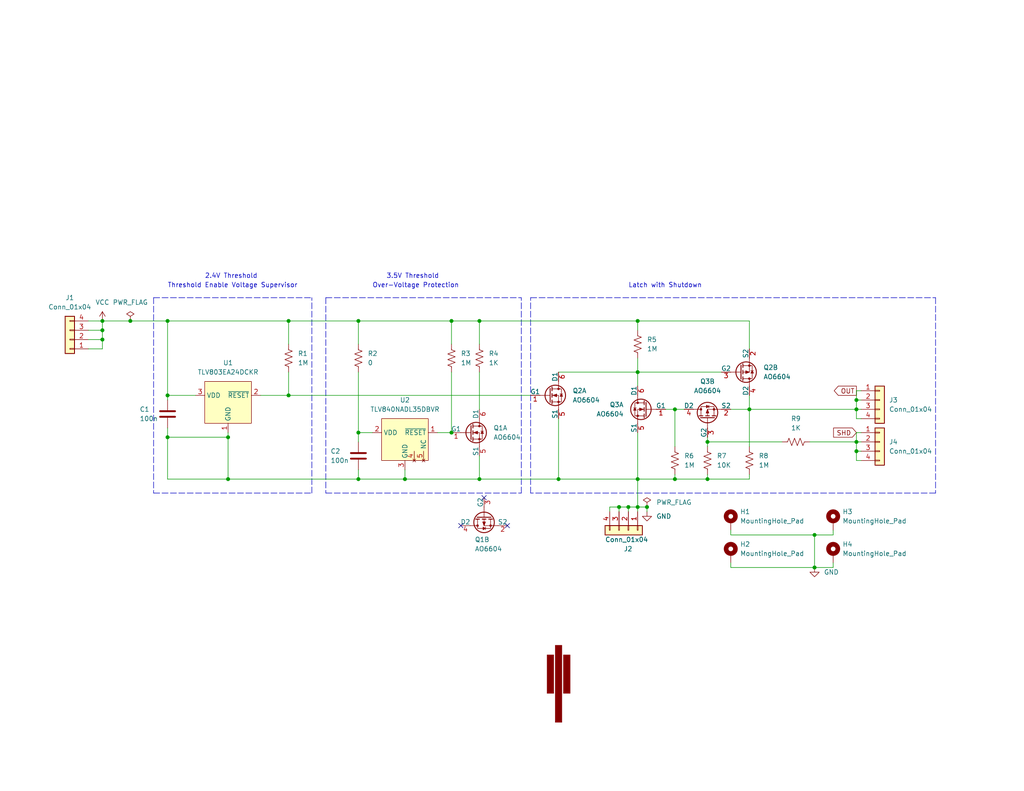
<source format=kicad_sch>
(kicad_sch (version 20211123) (generator eeschema)
  (paper "USLetter")
  (title_block (title "${TITLE}") (date "2023-02-13") (rev "${REVISION}") (company "${COMPANY}") (comment 1 "${NAME}"))
  (lib_symbols
    (symbol "Connector_Generic:Conn_01x04" (pin_names (offset 1.016) hide)
      (property "Reference" "J" (at 0 5.08 0))
      (property "Value" "Conn_01x04" (at 0 -7.62 0))
      (symbol "Conn_01x04_1_1"
        (rectangle (start -1.27 -4.953) (end 0 -5.207) (stroke (width 0.1524)))
        (rectangle (start -1.27 -2.413) (end 0 -2.667) (stroke (width 0.1524)))
        (rectangle (start -1.27 0.127) (end 0 -0.127) (stroke (width 0.1524)))
        (rectangle (start -1.27 2.667) (end 0 2.413) (stroke (width 0.1524)))
        (rectangle (start -1.27 3.81) (end 1.27 -6.35) (stroke (width 0.254)) (fill (type background)))
        (pin passive line (at -5.08 2.54 0) (length 3.81) (name "Pin_1") (number "1"))
        (pin passive line (at -5.08 0 0) (length 3.81) (name "Pin_2") (number "2"))
        (pin passive line (at -5.08 -2.54 0) (length 3.81) (name "Pin_3") (number "3"))
        (pin passive line (at -5.08 -5.08 0) (length 3.81) (name "Pin_4") (number "4"))
      )
    )
    (symbol "Device:C" (pin_numbers hide) (pin_names (offset 0.254))
      (property "Reference" "C" (at 0.635 2.54 0))
      (property "Value" "C" (at 0.635 -2.54 0))
      (symbol "C_0_1"
        (polyline (pts (xy -2.032 -0.762) (xy 2.032 -0.762)) (stroke (width 0.508)))
        (polyline (pts (xy -2.032 0.762) (xy 2.032 0.762)) (stroke (width 0.508)))
      )
      (symbol "C_1_1"
        (pin passive line (at 0 3.81 270) (length 2.794) (name "~") (number "1"))
        (pin passive line (at 0 -3.81 90) (length 2.794) (name "~") (number "2"))
      )
    )
    (symbol "Device:R_US" (pin_numbers hide) (pin_names (offset 0))
      (property "Reference" "R" (at 2.54 0 90))
      (property "Value" "R_US" (at -2.54 0 90))
      (symbol "R_US_0_1"
        (polyline (pts (xy 0 -2.286) (xy 0 -2.54)))
        (polyline (pts (xy 0 2.286) (xy 0 2.54)))
        (polyline (pts (xy 0 -0.762) (xy 1.016 -1.143) (xy 0 -1.524) (xy -1.016 -1.905) (xy 0 -2.286)))
        (polyline (pts (xy 0 0.762) (xy 1.016 0.381) (xy 0 0) (xy -1.016 -0.381) (xy 0 -0.762)))
        (polyline (pts (xy 0 2.286) (xy 1.016 1.905) (xy 0 1.524) (xy -1.016 1.143) (xy 0 0.762)))
      )
      (symbol "R_US_1_1"
        (pin passive line (at 0 3.81 270) (length 1.27) (name "~") (number "1"))
        (pin passive line (at 0 -3.81 90) (length 1.27) (name "~") (number "2"))
      )
    )
    (symbol "Mechanical:MountingHole_Pad" (pin_numbers hide) (pin_names (offset 1.016) hide)
      (property "Reference" "H" (at 0 6.35 0))
      (property "Value" "MountingHole_Pad" (at 0 4.445 0))
      (symbol "MountingHole_Pad_0_1"
        (circle (center 0 1.27) (radius 1.27) (stroke (width 1.27)))
      )
      (symbol "MountingHole_Pad_1_1"
        (pin input line (at 0 -2.54 90) (length 2.54) (name "1") (number "1"))
      )
    )
    (symbol "latch:AO6604" (pin_names (offset 0))
      (property "Reference" "Q" (at 0 -13.97 0))
      (property "Value" "AO6604" (at 0 -16.51 0))
      (symbol "AO6604_1_1"
        (circle (center -0.889 0) (radius 2.794) (stroke (width 0.254)))
        (circle (center 0 -1.778) (radius 0.254) (fill (type outline)))
        (polyline (pts (xy -2.286 0) (xy -5.08 0)))
        (polyline (pts (xy -2.286 1.905) (xy -2.286 -1.905)) (stroke (width 0.254)))
        (polyline (pts (xy -1.778 -1.27) (xy -1.778 -2.286)) (stroke (width 0.254)))
        (polyline (pts (xy -1.778 0.508) (xy -1.778 -0.508)) (stroke (width 0.254)))
        (polyline (pts (xy -1.778 2.286) (xy -1.778 1.27)) (stroke (width 0.254)))
        (polyline (pts (xy 0 2.54) (xy 0 1.778)))
        (polyline (pts (xy 0 -3.81) (xy 0 -3.81) (xy 0 -2.54)))
        (polyline (pts (xy 0 -2.54) (xy 0 0) (xy -1.778 0)))
        (polyline (pts (xy 0 3.81) (xy 0 3.81) (xy 0 2.54)))
        (polyline (pts (xy -1.778 -1.778) (xy 0.762 -1.778) (xy 0.762 1.778) (xy -1.778 1.778)))
        (polyline (pts (xy -1.524 0) (xy -0.508 0.381) (xy -0.508 -0.381) (xy -1.524 0)) (fill (type outline)))
        (polyline (pts (xy 0.3852 0.3844) (xy 0.381 0.381) (xy 1.143 0.381) (xy 1.1257 0.3844)))
        (polyline (pts (xy 0.762 0.381) (xy 0.381 -0.254) (xy 1.143 -0.254) (xy 0.762 0.381)) (fill (type outline)))
        (circle (center 0 1.778) (radius 0.254) (fill (type outline)))
        (pin passive line (at -7.62 0 0) (length 2.54) (name "G1") (number "1"))
        (pin passive line (at 0 -6.35 90) (length 2.54) (name "S1") (number "5"))
        (pin passive line (at 0 6.35 270) (length 2.54) (name "D1") (number "6"))
      )
      (symbol "AO6604_2_1"
        (circle (center -0.889 0) (radius 2.794) (stroke (width 0.254)))
        (circle (center 0 -1.778) (radius 0.254) (fill (type outline)))
        (polyline (pts (xy -2.286 -1.905) (xy -2.286 1.905)) (stroke (width 0.254)))
        (polyline (pts (xy -2.286 0) (xy -5.08 0)))
        (polyline (pts (xy -1.778 -2.286) (xy -1.778 -1.27)) (stroke (width 0.254)))
        (polyline (pts (xy -1.778 -0.508) (xy -1.778 0.508)) (stroke (width 0.254)))
        (polyline (pts (xy -1.778 1.27) (xy -1.778 2.286)) (stroke (width 0.254)))
        (polyline (pts (xy 0 -2.54) (xy 0 -1.778)))
        (polyline (pts (xy 0 -2.54) (xy 0 -3.81) (xy 0 -3.81)))
        (polyline (pts (xy 0 2.54) (xy 0 0) (xy -1.778 0)))
        (polyline (pts (xy 0 3.81) (xy 0 3.81) (xy 0 2.54)))
        (polyline (pts (xy -1.778 1.778) (xy 0.762 1.778) (xy 0.762 -1.778) (xy -1.778 -1.778)))
        (polyline (pts (xy 0 0) (xy -1.016 0.381) (xy -1.016 -0.381) (xy 0 0)) (fill (type outline)))
        (polyline (pts (xy 0.7675 0.3544) (xy 1.1485 -0.2806) (xy 0.3865 -0.2806) (xy 0.7675 0.3544)) (fill (type outline)))
        (polyline (pts (xy 1.1278 0.3815) (xy 1.128 0.381) (xy 0.366 0.381) (xy 0.3646 0.3815)))
        (circle (center 0 1.778) (radius 0.254) (fill (type outline)))
        (pin passive line (at 0 6.35 270) (length 2.54) (name "S2") (number "2"))
        (pin passive line (at -7.62 0 0) (length 2.54) (name "G2") (number "3"))
        (pin passive line (at 0 -6.35 90) (length 2.54) (name "D2") (number "4"))
      )
    )
    (symbol "latch:LOGO" (pin_names (offset 1.016))
      (symbol "LOGO_0_0"
        (polyline (pts (xy -1.3069 7.9046) (xy -3.1407 7.9046) (xy -3.1407 -2.6348) (xy -1.3069 -2.6348) (xy -1.3069 7.9046)) (stroke (width 0.01)) (fill (type outline)))
        (polyline (pts (xy 0.9275 10.5394) (xy -0.9064 10.5394) (xy -0.9064 -10.5394) (xy 0.9275 -10.5394) (xy 0.9275 10.5394)) (stroke (width 0.01)) (fill (type outline)))
        (polyline (pts (xy 3.1618 7.9046) (xy 1.328 7.9046) (xy 1.328 -2.6348) (xy 3.1618 -2.6348) (xy 3.1618 7.9046)) (stroke (width 0.01)) (fill (type outline)))
      )
    )
    (symbol "latch:TLV803EA24DCKR"
      (property "Reference" "U" (at 0 0 0))
      (property "Value" "TLV803EA24DCKR" (at 0 0 0))
      (symbol "TLV803EA24DCKR_0_1"
        (rectangle (start -6.35 -2.54) (end 6.35 -13.97) (fill (type background)))
      )
      (symbol "TLV803EA24DCKR_1_1"
        (pin power_in line (at 0 -16.51 90) (length 2.54) (name "GND") (number "1"))
        (pin output line (at 8.89 -6.35 180) (length 2.54) (name "~{RESET}") (number "2"))
        (pin power_in line (at -8.89 -6.35 0) (length 2.54) (name "VDD") (number "3"))
      )
    )
    (symbol "latch:TLV840NADL35DBVR"
      (property "Reference" "U" (at 0 0 0))
      (property "Value" "TLV840NADL35DBVR" (at 0 0 0))
      (symbol "TLV840NADL35DBVR_0_1"
        (rectangle (start -6.35 -2.54) (end 6.35 -13.97) (fill (type background)))
      )
      (symbol "TLV840NADL35DBVR_1_1"
        (pin output line (at 8.89 -6.35 180) (length 2.54) (name "~{RESET}") (number "1"))
        (pin power_in line (at -8.89 -6.35 0) (length 2.54) (name "VDD") (number "2"))
        (pin power_in line (at 0 -16.51 90) (length 2.54) (name "GND") (number "3"))
        (pin no_connect line (at 2.54 -13.97 90) (length 2.54) (name "") (number "4"))
        (pin no_connect line (at 5.08 -13.97 90) (length 2.54) (name "NC") (number "5"))
      )
    )
    (symbol "power:GND" (power) (pin_names (offset 0))
      (property "Value" "GND" (at 0 -3.81 0))
      (symbol "GND_0_1"
        (polyline (pts (xy 0 0) (xy 0 -1.27) (xy 1.27 -1.27) (xy 0 -2.54) (xy -1.27 -1.27) (xy 0 -1.27)))
      )
      (symbol "GND_1_1"
        (pin power_in line (at 0 0 270) (length 0) hide (name "GND") (number "1"))
      )
    )
    (symbol "power:PWR_FLAG" (power) (pin_numbers hide) (pin_names (offset 0) hide)
      (property "Value" "PWR_FLAG" (at 0 3.81 0))
      (symbol "PWR_FLAG_0_0"
        (pin power_out line (at 0 0 90) (length 0) (name "pwr") (number "1"))
      )
      (symbol "PWR_FLAG_0_1"
        (polyline (pts (xy 0 0) (xy 0 1.27) (xy -1.016 1.905) (xy 0 2.54) (xy 1.016 1.905) (xy 0 1.27)))
      )
    )
    (symbol "power:VCC" (power) (pin_names (offset 0))
      (property "Value" "VCC" (at 0 3.81 0))
      (symbol "VCC_0_1"
        (polyline (pts (xy -0.762 1.27) (xy 0 2.54)))
        (polyline (pts (xy 0 0) (xy 0 2.54)))
        (polyline (pts (xy 0 2.54) (xy 0.762 1.27)))
      )
      (symbol "VCC_1_1"
        (pin power_in line (at 0 0 90) (length 0) hide (name "VCC") (number "1"))
      )
    )
  )
  (junction (at 184.15 130.81))
  (junction (at 45.72 119.38))
  (junction (at 123.19 118.11))
  (junction (at 152.4 130.81))
  (junction (at 35.56 87.63))
  (junction (at 27.94 87.63))
  (junction (at 233.68 109.22))
  (junction (at 193.04 130.81))
  (junction (at 193.04 120.65))
  (junction (at 173.99 130.81))
  (junction (at 130.81 130.81))
  (junction (at 97.79 118.11))
  (junction (at 45.72 87.63))
  (junction (at 97.79 130.81))
  (junction (at 204.47 111.76))
  (junction (at 27.94 92.71))
  (junction (at 222.25 146.05))
  (junction (at 173.99 138.43))
  (junction (at 27.94 90.17))
  (junction (at 184.15 111.76))
  (junction (at 123.19 87.63))
  (junction (at 168.91 138.43))
  (junction (at 78.74 107.95))
  (junction (at 173.99 87.63))
  (junction (at 222.25 154.94))
  (junction (at 176.53 138.43))
  (junction (at 78.74 87.63))
  (junction (at 233.68 120.65))
  (junction (at 171.45 138.43))
  (junction (at 233.68 111.76))
  (junction (at 62.23 130.81))
  (junction (at 45.72 107.95))
  (junction (at 62.23 119.38))
  (junction (at 110.49 130.81))
  (junction (at 130.81 87.63))
  (junction (at 97.79 87.63))
  (junction (at 233.68 123.19))
  (junction (at 173.99 101.6))
  (no_connect (at 125.73 143.51))
  (no_connect (at 138.43 143.51))
  (no_connect (at 132.08 135.89))
  (wire (pts (xy 27.94 90.17) (xy 27.94 92.71)))
  (wire (pts (xy 45.72 87.63) (xy 78.74 87.63)))
  (wire (pts (xy 199.39 111.76) (xy 204.47 111.76)))
  (wire (pts (xy 193.04 120.65) (xy 193.04 121.92)))
  (wire (pts (xy 27.94 87.63) (xy 24.13 87.63)))
  (wire (pts (xy 173.99 90.17) (xy 173.99 87.63)))
  (wire (pts (xy 220.98 120.65) (xy 233.68 120.65)))
  (wire (pts (xy 123.19 87.63) (xy 123.19 93.98)))
  (wire (pts (xy 233.68 106.68) (xy 233.68 109.22)))
  (polyline (pts (xy 255.27 134.62) (xy 144.78 134.62)))
  (wire (pts (xy 184.15 111.76) (xy 186.69 111.76)))
  (wire (pts (xy 130.81 87.63) (xy 173.99 87.63)))
  (wire (pts (xy 233.68 123.19) (xy 234.95 123.19)))
  (wire (pts (xy 233.68 109.22) (xy 233.68 111.76)))
  (wire (pts (xy 45.72 109.22) (xy 45.72 107.95)))
  (wire (pts (xy 184.15 130.81) (xy 193.04 130.81)))
  (wire (pts (xy 199.39 146.05) (xy 222.25 146.05)))
  (wire (pts (xy 204.47 111.76) (xy 233.68 111.76)))
  (wire (pts (xy 173.99 138.43) (xy 176.53 138.43)))
  (wire (pts (xy 152.4 130.81) (xy 173.99 130.81)))
  (wire (pts (xy 152.4 101.6) (xy 173.99 101.6)))
  (wire (pts (xy 97.79 87.63) (xy 123.19 87.63)))
  (wire (pts (xy 123.19 118.11) (xy 123.19 101.6)))
  (wire (pts (xy 45.72 130.81) (xy 62.23 130.81)))
  (wire (pts (xy 193.04 120.65) (xy 213.36 120.65)))
  (wire (pts (xy 222.25 146.05) (xy 222.25 154.94)))
  (wire (pts (xy 173.99 118.11) (xy 173.99 130.81)))
  (wire (pts (xy 62.23 119.38) (xy 62.23 130.81)))
  (wire (pts (xy 176.53 138.43) (xy 176.53 139.7)))
  (wire (pts (xy 184.15 111.76) (xy 184.15 121.92)))
  (wire (pts (xy 193.04 129.54) (xy 193.04 130.81)))
  (wire (pts (xy 173.99 101.6) (xy 173.99 105.41)))
  (wire (pts (xy 24.13 92.71) (xy 27.94 92.71)))
  (wire (pts (xy 123.19 87.63) (xy 130.81 87.63)))
  (wire (pts (xy 62.23 130.81) (xy 97.79 130.81)))
  (wire (pts (xy 27.94 92.71) (xy 27.94 95.25)))
  (polyline (pts (xy 144.78 81.28) (xy 255.27 81.28)))
  (wire (pts (xy 233.68 120.65) (xy 234.95 120.65)))
  (wire (pts (xy 97.79 118.11) (xy 101.6 118.11)))
  (polyline (pts (xy 41.91 134.62) (xy 85.09 134.62)))
  (wire (pts (xy 119.38 118.11) (xy 123.19 118.11)))
  (polyline (pts (xy 85.09 134.62) (xy 85.09 81.28)))
  (wire (pts (xy 227.33 154.94) (xy 227.33 153.67)))
  (wire (pts (xy 233.68 109.22) (xy 234.95 109.22)))
  (wire (pts (xy 184.15 129.54) (xy 184.15 130.81)))
  (wire (pts (xy 45.72 107.95) (xy 53.34 107.95)))
  (wire (pts (xy 130.81 124.46) (xy 130.81 130.81)))
  (polyline (pts (xy 88.9 81.28) (xy 142.24 81.28)))
  (wire (pts (xy 45.72 119.38) (xy 45.72 116.84)))
  (wire (pts (xy 233.68 111.76) (xy 233.68 114.3)))
  (wire (pts (xy 78.74 87.63) (xy 97.79 87.63)))
  (wire (pts (xy 173.99 138.43) (xy 171.45 138.43)))
  (polyline (pts (xy 88.9 134.62) (xy 142.24 134.62)))
  (polyline (pts (xy 144.78 134.62) (xy 144.78 81.28)))
  (wire (pts (xy 35.56 87.63) (xy 45.72 87.63)))
  (wire (pts (xy 173.99 97.79) (xy 173.99 101.6)))
  (wire (pts (xy 199.39 154.94) (xy 199.39 153.67)))
  (wire (pts (xy 193.04 130.81) (xy 204.47 130.81)))
  (wire (pts (xy 227.33 144.78) (xy 227.33 146.05)))
  (wire (pts (xy 168.91 138.43) (xy 168.91 139.7)))
  (wire (pts (xy 45.72 119.38) (xy 62.23 119.38)))
  (polyline (pts (xy 88.9 81.28) (xy 88.9 134.62)))
  (wire (pts (xy 204.47 87.63) (xy 204.47 95.25)))
  (wire (pts (xy 204.47 129.54) (xy 204.47 130.81)))
  (wire (pts (xy 222.25 154.94) (xy 199.39 154.94)))
  (wire (pts (xy 110.49 130.81) (xy 130.81 130.81)))
  (wire (pts (xy 233.68 125.73) (xy 234.95 125.73)))
  (polyline (pts (xy 142.24 134.62) (xy 142.24 81.28)))
  (wire (pts (xy 173.99 130.81) (xy 173.99 138.43)))
  (wire (pts (xy 233.68 114.3) (xy 234.95 114.3)))
  (polyline (pts (xy 41.91 81.28) (xy 85.09 81.28)))
  (wire (pts (xy 24.13 90.17) (xy 27.94 90.17)))
  (wire (pts (xy 130.81 130.81) (xy 152.4 130.81)))
  (wire (pts (xy 78.74 107.95) (xy 144.78 107.95)))
  (wire (pts (xy 166.37 138.43) (xy 166.37 139.7)))
  (wire (pts (xy 97.79 118.11) (xy 97.79 120.65)))
  (wire (pts (xy 45.72 130.81) (xy 45.72 119.38)))
  (wire (pts (xy 45.72 87.63) (xy 45.72 107.95)))
  (wire (pts (xy 78.74 101.6) (xy 78.74 107.95)))
  (wire (pts (xy 204.47 107.95) (xy 204.47 111.76)))
  (wire (pts (xy 173.99 87.63) (xy 204.47 87.63)))
  (wire (pts (xy 130.81 101.6) (xy 130.81 111.76)))
  (wire (pts (xy 27.94 87.63) (xy 35.56 87.63)))
  (wire (pts (xy 233.68 111.76) (xy 234.95 111.76)))
  (polyline (pts (xy 255.27 81.28) (xy 255.27 134.62)))
  (wire (pts (xy 171.45 138.43) (xy 171.45 139.7)))
  (wire (pts (xy 233.68 118.11) (xy 234.95 118.11)))
  (wire (pts (xy 233.68 118.11) (xy 233.68 120.65)))
  (wire (pts (xy 78.74 87.63) (xy 78.74 93.98)))
  (wire (pts (xy 27.94 87.63) (xy 27.94 90.17)))
  (wire (pts (xy 222.25 154.94) (xy 227.33 154.94)))
  (wire (pts (xy 173.99 101.6) (xy 196.85 101.6)))
  (wire (pts (xy 110.49 128.27) (xy 110.49 130.81)))
  (wire (pts (xy 171.45 138.43) (xy 168.91 138.43)))
  (wire (pts (xy 152.4 114.3) (xy 152.4 130.81)))
  (wire (pts (xy 62.23 118.11) (xy 62.23 119.38)))
  (wire (pts (xy 130.81 87.63) (xy 130.81 93.98)))
  (wire (pts (xy 173.99 138.43) (xy 173.99 139.7)))
  (wire (pts (xy 233.68 120.65) (xy 233.68 123.19)))
  (wire (pts (xy 222.25 146.05) (xy 227.33 146.05)))
  (wire (pts (xy 181.61 111.76) (xy 184.15 111.76)))
  (wire (pts (xy 71.12 107.95) (xy 78.74 107.95)))
  (wire (pts (xy 24.13 95.25) (xy 27.94 95.25)))
  (wire (pts (xy 97.79 87.63) (xy 97.79 93.98)))
  (wire (pts (xy 168.91 138.43) (xy 166.37 138.43)))
  (polyline (pts (xy 41.91 81.28) (xy 41.91 134.62)))
  (wire (pts (xy 204.47 111.76) (xy 204.47 121.92)))
  (wire (pts (xy 233.68 106.68) (xy 234.95 106.68)))
  (wire (pts (xy 97.79 128.27) (xy 97.79 130.81)))
  (wire (pts (xy 199.39 144.78) (xy 199.39 146.05)))
  (wire (pts (xy 97.79 101.6) (xy 97.79 118.11)))
  (wire (pts (xy 97.79 130.81) (xy 110.49 130.81)))
  (wire (pts (xy 173.99 130.81) (xy 184.15 130.81)))
  (wire (pts (xy 193.04 119.38) (xy 193.04 120.65)))
  (wire (pts (xy 233.68 123.19) (xy 233.68 125.73)))
  (text "Threshold Enable Voltage Supervisor" (at 45.72 78.74 0) (effects (font (size 1.27 1.27)) (justify left bottom)))
  (text "Over-Voltage Protection" (at 101.6 78.74 0) (effects (font (size 1.27 1.27)) (justify left bottom)))
  (text "3.5V Threshold" (at 105.41 76.2 0) (effects (font (size 1.27 1.27)) (justify left bottom)))
  (text "Latch with Shutdown" (at 171.45 78.74 0) (effects (font (size 1.27 1.27)) (justify left bottom)))
  (text "2.4V Threshold" (at 55.88 76.2 0) (effects (font (size 1.27 1.27)) (justify left bottom)))
  (global_label "OUT" (shape output) (at 233.68 106.68 180) (property "Intersheet References" "${INTERSHEET_REFS}" (effects hide)))
  (global_label "SHD" (shape input) (at 233.68 118.11 180) (property "Intersheet References" "${INTERSHEET_REFS}" (effects hide)))
  (symbol (lib_id "latch:AO6604") (at 173.99 111.76 0) (mirror y) (unit 1)
    (property "Reference" "Q3" (at 170.18 110.4899 0) (effects (justify left)))
    (property "Value" "AO6604" (at 170.18 113.0299 0) (effects (justify left)))
    (property "Footprint" "latch:SOT-457_Handsolder" (effects hide))
    (property "Datasheet" "http://www.aosmd.com/res/data_sheets/AO6604.pdf" (effects hide))
  )
  (symbol (lib_id "power:PWR_FLAG") (at 35.56 87.63 0) (unit 1)
    (property "Reference" "#FLG01" (effects hide))
    (property "Value" "PWR_FLAG" (at 35.56 82.55 0))
  )
  (symbol (lib_id "latch:TLV803EA24DCKR") (at 62.23 101.6 0) (unit 1)
    (property "Reference" "U1" (at 62.23 99.06 0))
    (property "Value" "TLV803EA24DCKR" (at 62.23 101.6 0))
    (property "Footprint" "Package_TO_SOT_SMD:SOT-323_SC-70_Handsoldering" (effects hide))
    (property "Datasheet" "https://www.ti.com/lit/ds/symlink/tlv803e.pdf" (effects hide))
  )
  (symbol (lib_id "Device:R_US") (at 217.17 120.65 90) (unit 1)
    (property "Reference" "R9" (at 217.17 114.3 90))
    (property "Value" "1K" (at 217.17 116.84 90))
    (property "Footprint" "Resistor_SMD:R_0603_1608Metric_Pad0.98x0.95mm_HandSolder" (effects hide))
  )
  (symbol (lib_id "Device:R_US") (at 123.19 97.79 0) (unit 1)
    (property "Reference" "R3" (at 125.73 96.5199 0) (effects (justify left)))
    (property "Value" "1M" (at 125.73 99.0599 0) (effects (justify left)))
    (property "Footprint" "Resistor_SMD:R_0603_1608Metric_Pad0.98x0.95mm_HandSolder" (effects hide))
  )
  (symbol (lib_id "Connector_Generic:Conn_01x04") (at 19.05 92.71 180) (unit 1)
    (property "Reference" "J1" (at 19.05 81.28 0))
    (property "Value" "Conn_01x04" (at 19.05 83.82 0))
    (property "Footprint" "Connector_PinHeader_2.54mm:PinHeader_1x04_P2.54mm_Vertical" (effects hide))
  )
  (symbol (lib_id "Connector_Generic:Conn_01x04") (at 240.03 120.65 0) (unit 1)
    (property "Reference" "J4" (at 242.57 120.6499 0) (effects (justify left)))
    (property "Value" "Conn_01x04" (at 242.57 123.1899 0) (effects (justify left)))
    (property "Footprint" "Connector_PinHeader_2.54mm:PinHeader_1x04_P2.54mm_Vertical" (effects hide))
  )
  (symbol (lib_id "latch:AO6604") (at 152.4 107.95 0) (unit 1)
    (property "Reference" "Q2" (at 156.21 106.6799 0) (effects (justify left)))
    (property "Value" "AO6604" (at 156.21 109.2199 0) (effects (justify left)))
    (property "Footprint" "latch:SOT-457_Handsolder" (effects hide))
    (property "Datasheet" "http://www.aosmd.com/res/data_sheets/AO6604.pdf" (effects hide))
  )
  (symbol (lib_id "Device:R_US") (at 193.04 125.73 0) (unit 1)
    (property "Reference" "R7" (at 195.58 124.4599 0) (effects (justify left)))
    (property "Value" "10K" (at 195.58 126.9999 0) (effects (justify left)))
    (property "Footprint" "Resistor_SMD:R_0603_1608Metric_Pad0.98x0.95mm_HandSolder" (effects hide))
  )
  (symbol (lib_id "Device:R_US") (at 78.74 97.79 180) (unit 1)
    (property "Reference" "R1" (at 81.28 96.5199 0) (effects (justify right)))
    (property "Value" "1M" (at 81.28 99.0599 0) (effects (justify right)))
    (property "Footprint" "Resistor_SMD:R_0603_1608Metric_Pad0.98x0.95mm_HandSolder" (effects hide))
  )
  (symbol (lib_id "Connector_Generic:Conn_01x04") (at 171.45 144.78 270) (unit 1)
    (property "Reference" "J2" (at 170.18 149.86 90) (effects (justify left)))
    (property "Value" "Conn_01x04" (at 165.1 147.32 90) (effects (justify left)))
    (property "Footprint" "Connector_PinHeader_2.54mm:PinHeader_1x04_P2.54mm_Vertical" (effects hide))
  )
  (symbol (lib_id "latch:LOGO") (at 152.4 186.69 0) (unit 1) (in_bom no)
    (property "Reference" "G1" (effects hide))
    (property "Value" "LOGO" (effects hide))
    (property "Footprint" "latch:smaller_logo" (effects hide))
  )
  (symbol (lib_id "power:GND") (at 176.53 139.7 0) (unit 1)
    (property "Reference" "#PWR02" (effects hide))
    (property "Value" "GND" (at 179.07 140.9699 0) (effects (justify left)))
  )
  (symbol (lib_id "latch:AO6604") (at 130.81 118.11 0) (unit 1)
    (property "Reference" "Q1" (at 134.62 116.8399 0) (effects (justify left)))
    (property "Value" "AO6604" (at 134.62 119.3799 0) (effects (justify left)))
    (property "Footprint" "latch:SOT-457_Handsolder" (effects hide))
    (property "Datasheet" "http://www.aosmd.com/res/data_sheets/AO6604.pdf" (effects hide))
  )
  (symbol (lib_id "Device:R_US") (at 173.99 93.98 0) (unit 1)
    (property "Reference" "R5" (at 176.53 92.7099 0) (effects (justify left)))
    (property "Value" "1M" (at 176.53 95.2499 0) (effects (justify left)))
    (property "Footprint" "Resistor_SMD:R_0603_1608Metric_Pad0.98x0.95mm_HandSolder" (effects hide))
  )
  (symbol (lib_id "power:GND") (at 222.25 154.94 0) (unit 1)
    (property "Reference" "#PWR03" (effects hide))
    (property "Value" "GND" (at 224.79 156.2099 0) (effects (justify left)))
  )
  (symbol (lib_id "Mechanical:MountingHole_Pad") (at 227.33 151.13 0) (unit 1)
    (property "Reference" "H4" (at 229.87 148.5899 0) (effects (justify left)))
    (property "Value" "MountingHole_Pad" (at 229.87 151.1299 0) (effects (justify left)))
    (property "Footprint" "MountingHole:MountingHole_3.2mm_M3_Pad_Via" (effects hide))
  )
  (symbol (lib_id "Connector_Generic:Conn_01x04") (at 240.03 109.22 0) (unit 1)
    (property "Reference" "J3" (at 242.57 109.2199 0) (effects (justify left)))
    (property "Value" "Conn_01x04" (at 242.57 111.7599 0) (effects (justify left)))
    (property "Footprint" "Connector_PinHeader_2.54mm:PinHeader_1x04_P2.54mm_Vertical" (effects hide))
  )
  (symbol (lib_id "Mechanical:MountingHole_Pad") (at 199.39 151.13 0) (unit 1)
    (property "Reference" "H2" (at 201.93 148.5899 0) (effects (justify left)))
    (property "Value" "MountingHole_Pad" (at 201.93 151.1299 0) (effects (justify left)))
    (property "Footprint" "MountingHole:MountingHole_3.2mm_M3_Pad_Via" (effects hide))
  )
  (symbol (lib_id "Device:R_US") (at 184.15 125.73 0) (unit 1)
    (property "Reference" "R6" (at 186.69 124.4599 0) (effects (justify left)))
    (property "Value" "1M" (at 186.69 126.9999 0) (effects (justify left)))
    (property "Footprint" "Resistor_SMD:R_0603_1608Metric_Pad0.98x0.95mm_HandSolder" (effects hide))
  )
  (symbol (lib_id "power:VCC") (at 27.94 87.63 0) (unit 1)
    (property "Reference" "#PWR01" (effects hide))
    (property "Value" "VCC" (at 27.94 82.55 0))
  )
  (symbol (lib_id "latch:TLV840NADL35DBVR") (at 110.49 111.76 0) (unit 1)
    (property "Reference" "U2" (at 110.49 109.22 0))
    (property "Value" "TLV840NADL35DBVR" (at 110.49 111.76 0))
    (property "Footprint" "Package_TO_SOT_SMD:SOT-23-5_HandSoldering" (effects hide))
    (property "Datasheet" "https://www.ti.com/lit/ds/symlink/tlv840.pdf" (effects hide))
  )
  (symbol (lib_id "latch:AO6604") (at 193.04 111.76 270) (mirror x) (unit 2)
    (property "Reference" "Q3" (at 193.04 104.14 90))
    (property "Value" "AO6604" (at 193.04 106.68 90))
    (property "Footprint" "latch:SOT-457_Handsolder" (effects hide))
    (property "Datasheet" "http://www.aosmd.com/res/data_sheets/AO6604.pdf" (effects hide))
  )
  (symbol (lib_id "Mechanical:MountingHole_Pad") (at 199.39 142.24 0) (unit 1)
    (property "Reference" "H1" (at 201.93 139.6999 0) (effects (justify left)))
    (property "Value" "MountingHole_Pad" (at 201.93 142.2399 0) (effects (justify left)))
    (property "Footprint" "MountingHole:MountingHole_3.2mm_M3_Pad_Via" (effects hide))
  )
  (symbol (lib_id "latch:AO6604") (at 132.08 143.51 270) (unit 2)
    (property "Reference" "Q1" (at 129.54 147.32 90) (effects (justify left)))
    (property "Value" "AO6604" (at 129.54 149.86 90) (effects (justify left)))
    (property "Footprint" "latch:SOT-457_Handsolder" (effects hide))
    (property "Datasheet" "http://www.aosmd.com/res/data_sheets/AO6604.pdf" (effects hide))
  )
  (symbol (lib_id "latch:AO6604") (at 204.47 101.6 0) (unit 2)
    (property "Reference" "Q2" (at 208.28 100.3299 0) (effects (justify left)))
    (property "Value" "AO6604" (at 208.28 102.8699 0) (effects (justify left)))
    (property "Footprint" "latch:SOT-457_Handsolder" (effects hide))
    (property "Datasheet" "http://www.aosmd.com/res/data_sheets/AO6604.pdf" (effects hide))
  )
  (symbol (lib_id "Device:C") (at 97.79 124.46 0) (unit 1)
    (property "Reference" "C2" (at 90.17 123.19 0) (effects (justify left)))
    (property "Value" "100n" (at 90.17 125.73 0) (effects (justify left)))
    (property "Footprint" "Capacitor_SMD:C_0603_1608Metric_Pad1.08x0.95mm_HandSolder" (effects hide))
  )
  (symbol (lib_id "Device:R_US") (at 130.81 97.79 0) (unit 1)
    (property "Reference" "R4" (at 133.35 96.5199 0) (effects (justify left)))
    (property "Value" "1K" (at 133.35 99.0599 0) (effects (justify left)))
    (property "Footprint" "Resistor_SMD:R_0603_1608Metric_Pad0.98x0.95mm_HandSolder" (effects hide))
  )
  (symbol (lib_id "Device:R_US") (at 97.79 97.79 180) (unit 1)
    (property "Reference" "R2" (at 100.33 96.5199 0) (effects (justify right)))
    (property "Value" "0" (at 100.33 99.0599 0) (effects (justify right)))
    (property "Footprint" "Resistor_SMD:R_0603_1608Metric_Pad0.98x0.95mm_HandSolder" (effects hide))
  )
  (symbol (lib_id "Device:C") (at 45.72 113.03 0) (unit 1)
    (property "Reference" "C1" (at 38.1 111.76 0) (effects (justify left)))
    (property "Value" "100n" (at 38.1 114.3 0) (effects (justify left)))
    (property "Footprint" "Capacitor_SMD:C_0603_1608Metric_Pad1.08x0.95mm_HandSolder" (effects hide))
  )
  (symbol (lib_id "Device:R_US") (at 204.47 125.73 0) (unit 1)
    (property "Reference" "R8" (at 207.01 124.4599 0) (effects (justify left)))
    (property "Value" "1M" (at 207.01 126.9999 0) (effects (justify left)))
    (property "Footprint" "Resistor_SMD:R_0603_1608Metric_Pad0.98x0.95mm_HandSolder" (effects hide))
  )
  (symbol (lib_id "power:PWR_FLAG") (at 176.53 138.43 0) (unit 1)
    (property "Reference" "#FLG02" (effects hide))
    (property "Value" "PWR_FLAG" (at 179.07 137.1599 0) (effects (justify left)))
  )
  (symbol (lib_id "Mechanical:MountingHole_Pad") (at 227.33 142.24 0) (unit 1)
    (property "Reference" "H3" (at 229.87 139.6999 0) (effects (justify left)))
    (property "Value" "MountingHole_Pad" (at 229.87 142.2399 0) (effects (justify left)))
    (property "Footprint" "MountingHole:MountingHole_3.2mm_M3_Pad_Via" (effects hide))
  )
)
</source>
